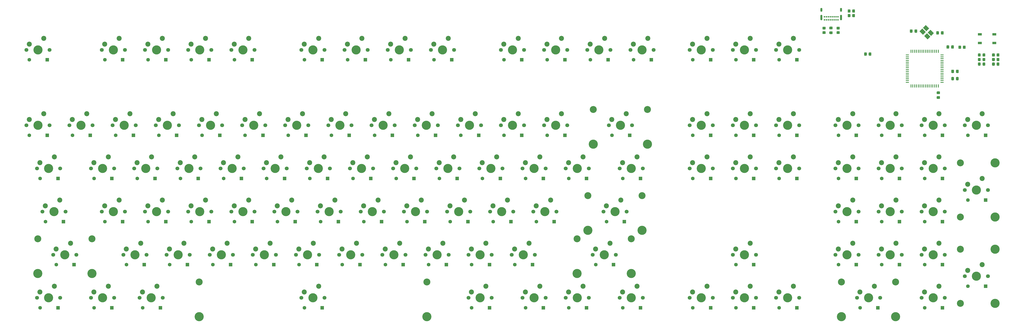
<source format=gbr>
G04 #@! TF.GenerationSoftware,KiCad,Pcbnew,(5.1.9)-1*
G04 #@! TF.CreationDate,2021-04-17T22:02:46-05:00*
G04 #@! TF.ProjectId,try3,74727933-2e6b-4696-9361-645f70636258,rev?*
G04 #@! TF.SameCoordinates,Original*
G04 #@! TF.FileFunction,Soldermask,Top*
G04 #@! TF.FilePolarity,Negative*
%FSLAX46Y46*%
G04 Gerber Fmt 4.6, Leading zero omitted, Abs format (unit mm)*
G04 Created by KiCad (PCBNEW (5.1.9)-1) date 2021-04-17 22:02:46*
%MOMM*%
%LPD*%
G01*
G04 APERTURE LIST*
%ADD10C,0.650000*%
%ADD11O,0.900000X2.400000*%
%ADD12O,0.900000X1.700000*%
%ADD13C,1.700000*%
%ADD14C,4.000000*%
%ADD15C,2.200000*%
%ADD16C,0.100000*%
%ADD17R,1.700000X1.000000*%
%ADD18C,3.050000*%
%ADD19C,1.600000*%
%ADD20R,1.600000X1.600000*%
%ADD21R,1.473200X0.304800*%
%ADD22R,0.304800X1.473200*%
G04 APERTURE END LIST*
G04 #@! TO.C,R2*
G36*
G01*
X378650001Y129400000D02*
X377749999Y129400000D01*
G75*
G02*
X377500000Y129649999I0J249999D01*
G01*
X377500000Y130350001D01*
G75*
G02*
X377749999Y130600000I249999J0D01*
G01*
X378650001Y130600000D01*
G75*
G02*
X378900000Y130350001I0J-249999D01*
G01*
X378900000Y129649999D01*
G75*
G02*
X378650001Y129400000I-249999J0D01*
G01*
G37*
G36*
G01*
X378650001Y127400000D02*
X377749999Y127400000D01*
G75*
G02*
X377500000Y127649999I0J249999D01*
G01*
X377500000Y128350001D01*
G75*
G02*
X377749999Y128600000I249999J0D01*
G01*
X378650001Y128600000D01*
G75*
G02*
X378900000Y128350001I0J-249999D01*
G01*
X378900000Y127649999D01*
G75*
G02*
X378650001Y127400000I-249999J0D01*
G01*
G37*
G04 #@! TD*
G04 #@! TO.C,R1*
G36*
G01*
X384850001Y129400000D02*
X383949999Y129400000D01*
G75*
G02*
X383700000Y129649999I0J249999D01*
G01*
X383700000Y130350001D01*
G75*
G02*
X383949999Y130600000I249999J0D01*
G01*
X384850001Y130600000D01*
G75*
G02*
X385100000Y130350001I0J-249999D01*
G01*
X385100000Y129649999D01*
G75*
G02*
X384850001Y129400000I-249999J0D01*
G01*
G37*
G36*
G01*
X384850001Y127400000D02*
X383949999Y127400000D01*
G75*
G02*
X383700000Y127649999I0J249999D01*
G01*
X383700000Y128350001D01*
G75*
G02*
X383949999Y128600000I249999J0D01*
G01*
X384850001Y128600000D01*
G75*
G02*
X385100000Y128350001I0J-249999D01*
G01*
X385100000Y127649999D01*
G75*
G02*
X384850001Y127400000I-249999J0D01*
G01*
G37*
G04 #@! TD*
D10*
G04 #@! TO.C,J1*
X382611550Y133644450D03*
X384311550Y133644450D03*
X383461550Y133644450D03*
X381761550Y133644450D03*
X380911550Y133644450D03*
X380061550Y133644450D03*
X379211550Y133644450D03*
X378361550Y133644450D03*
X384311550Y134969450D03*
X383456550Y134969450D03*
X382606550Y134969450D03*
X381756550Y134969450D03*
X380906550Y134969450D03*
X380056550Y134969450D03*
X379206550Y134969450D03*
X378356550Y134969450D03*
D11*
X385661550Y134624450D03*
X377011550Y134624450D03*
D12*
X385661550Y138004450D03*
X377011550Y138004450D03*
G04 #@! TD*
D13*
G04 #@! TO.C,K_93*
X412299150Y87293450D03*
X402139150Y87293450D03*
D14*
X407219150Y87293450D03*
D15*
X403409150Y89833450D03*
X409759150Y92373450D03*
G04 #@! TD*
D16*
G04 #@! TO.C,X1*
G36*
X421691332Y130126866D02*
G01*
X422911091Y131346625D01*
X424396016Y129861700D01*
X423176257Y128641941D01*
X421691332Y130126866D01*
G37*
G36*
X423741941Y128076257D02*
G01*
X424961700Y129296016D01*
X426446625Y127811091D01*
X425226866Y126591332D01*
X423741941Y128076257D01*
G37*
G36*
X422203984Y126538300D02*
G01*
X423423743Y127758059D01*
X424908668Y126273134D01*
X423688909Y125053375D01*
X422203984Y126538300D01*
G37*
G36*
X420153375Y128588909D02*
G01*
X421373134Y129808668D01*
X422858059Y128323743D01*
X421638300Y127103984D01*
X420153375Y128588909D01*
G37*
G04 #@! TD*
D17*
G04 #@! TO.C,SW1*
X452950000Y123500000D03*
X446650000Y123500000D03*
X452950000Y127300000D03*
X446650000Y127300000D03*
G04 #@! TD*
G04 #@! TO.C,R4*
G36*
G01*
X397800000Y118149999D02*
X397800000Y119050001D01*
G75*
G02*
X398049999Y119300000I249999J0D01*
G01*
X398750001Y119300000D01*
G75*
G02*
X399000000Y119050001I0J-249999D01*
G01*
X399000000Y118149999D01*
G75*
G02*
X398750001Y117900000I-249999J0D01*
G01*
X398049999Y117900000D01*
G75*
G02*
X397800000Y118149999I0J249999D01*
G01*
G37*
G36*
G01*
X395800000Y118149999D02*
X395800000Y119050001D01*
G75*
G02*
X396049999Y119300000I249999J0D01*
G01*
X396750001Y119300000D01*
G75*
G02*
X397000000Y119050001I0J-249999D01*
G01*
X397000000Y118149999D01*
G75*
G02*
X396750001Y117900000I-249999J0D01*
G01*
X396049999Y117900000D01*
G75*
G02*
X395800000Y118149999I0J249999D01*
G01*
G37*
G04 #@! TD*
G04 #@! TO.C,R3*
G36*
G01*
X439200000Y121149999D02*
X439200000Y122050001D01*
G75*
G02*
X439449999Y122300000I249999J0D01*
G01*
X440150001Y122300000D01*
G75*
G02*
X440400000Y122050001I0J-249999D01*
G01*
X440400000Y121149999D01*
G75*
G02*
X440150001Y120900000I-249999J0D01*
G01*
X439449999Y120900000D01*
G75*
G02*
X439200000Y121149999I0J249999D01*
G01*
G37*
G36*
G01*
X437200000Y121149999D02*
X437200000Y122050001D01*
G75*
G02*
X437449999Y122300000I249999J0D01*
G01*
X438150001Y122300000D01*
G75*
G02*
X438400000Y122050001I0J-249999D01*
G01*
X438400000Y121149999D01*
G75*
G02*
X438150001Y120900000I-249999J0D01*
G01*
X437449999Y120900000D01*
G75*
G02*
X437200000Y121149999I0J249999D01*
G01*
G37*
G04 #@! TD*
D13*
G04 #@! TO.C,K_11*
X80702150Y30448250D03*
X70542150Y30448250D03*
D14*
X75622150Y30448250D03*
D15*
X71812150Y32988250D03*
X78162150Y35528250D03*
G04 #@! TD*
D13*
G04 #@! TO.C,K_37*
X161232850Y68345050D03*
X151072850Y68345050D03*
D14*
X156152850Y68345050D03*
D15*
X152342850Y70885050D03*
X158692850Y73425050D03*
G04 #@! TD*
D13*
G04 #@! TO.C,K_17*
X99650550Y30448250D03*
X89490550Y30448250D03*
D14*
X94570550Y30448250D03*
D15*
X90760550Y32988250D03*
X97110550Y35528250D03*
G04 #@! TD*
D13*
G04 #@! TO.C,K_12*
X66490850Y11499850D03*
X56330850Y11499850D03*
D14*
X61410850Y11499850D03*
D15*
X57600850Y14039850D03*
X63950850Y16579850D03*
G04 #@! TD*
D13*
G04 #@! TO.C,K_15*
X85439250Y68345050D03*
X75279250Y68345050D03*
D14*
X80359250Y68345050D03*
D15*
X76549250Y70885050D03*
X82899250Y73425050D03*
G04 #@! TD*
D13*
G04 #@! TO.C,K_71*
X298608750Y68345050D03*
X288448750Y68345050D03*
D14*
X293528750Y68345050D03*
D15*
X289718750Y70885050D03*
X296068750Y73425050D03*
G04 #@! TD*
D13*
G04 #@! TO.C,K_28*
X137547350Y30448250D03*
X127387350Y30448250D03*
D14*
X132467350Y30448250D03*
D15*
X128657350Y32988250D03*
X135007350Y35528250D03*
G04 #@! TD*
D13*
G04 #@! TO.C,K_82*
X348348300Y30448250D03*
X338188300Y30448250D03*
D14*
X343268300Y30448250D03*
D15*
X339458300Y32988250D03*
X345808300Y35528250D03*
G04 #@! TD*
D13*
G04 #@! TO.C,K_62*
X246500650Y87293450D03*
X236340650Y87293450D03*
D14*
X241420650Y87293450D03*
D15*
X237610650Y89833450D03*
X243960650Y92373450D03*
G04 #@! TD*
D13*
G04 #@! TO.C,K_42*
X180181250Y68345050D03*
X170021250Y68345050D03*
D14*
X175101250Y68345050D03*
D15*
X171291250Y70885050D03*
X177641250Y73425050D03*
G04 #@! TD*
D13*
G04 #@! TO.C,K_2*
X38068250Y87293450D03*
X27908250Y87293450D03*
D14*
X32988250Y87293450D03*
D15*
X29178250Y89833450D03*
X35528250Y92373450D03*
G04 #@! TD*
D13*
G04 #@! TO.C,K_3*
X42805350Y68345050D03*
X32645350Y68345050D03*
D14*
X37725350Y68345050D03*
D15*
X33915350Y70885050D03*
X40265350Y73425050D03*
G04 #@! TD*
D13*
G04 #@! TO.C,K_31*
X142284450Y68345050D03*
X132124450Y68345050D03*
D14*
X137204450Y68345050D03*
D15*
X133394450Y70885050D03*
X139744450Y73425050D03*
G04 #@! TD*
D18*
G04 #@! TO.C,K_34*
X203784300Y18499850D03*
X103784300Y18499850D03*
D14*
X103784300Y3259850D03*
X203784300Y3259850D03*
D13*
X158864300Y11499850D03*
X148704300Y11499850D03*
D14*
X153784300Y11499850D03*
D15*
X149974300Y14039850D03*
X156324300Y16579850D03*
G04 #@! TD*
D13*
G04 #@! TO.C,K_58*
X241763550Y49396650D03*
X231603550Y49396650D03*
D14*
X236683550Y49396650D03*
D15*
X232873550Y51936650D03*
X239223550Y54476650D03*
G04 #@! TD*
D13*
G04 #@! TO.C,K_79*
X348348300Y120453150D03*
X338188300Y120453150D03*
D14*
X343268300Y120453150D03*
D15*
X339458300Y122993150D03*
X345808300Y125533150D03*
G04 #@! TD*
D13*
G04 #@! TO.C,K_16*
X90176350Y49396650D03*
X80016350Y49396650D03*
D14*
X85096350Y49396650D03*
D15*
X81286350Y51936650D03*
X87636350Y54476650D03*
G04 #@! TD*
D18*
G04 #@! TO.C,K_73*
X293586000Y37448250D03*
X269786000Y37448250D03*
D14*
X269786000Y22208250D03*
X293586000Y22208250D03*
D13*
X286766000Y30448250D03*
X276606000Y30448250D03*
D14*
X281686000Y30448250D03*
D15*
X277876000Y32988250D03*
X284226000Y35528250D03*
G04 #@! TD*
D13*
G04 #@! TO.C,K_74*
X298608750Y11499850D03*
X288448750Y11499850D03*
D14*
X293528750Y11499850D03*
D15*
X289718750Y14039850D03*
X296068750Y16579850D03*
G04 #@! TD*
D13*
G04 #@! TO.C,K_87*
X367296700Y11499850D03*
X357136700Y11499850D03*
D14*
X362216700Y11499850D03*
D15*
X358406700Y14039850D03*
X364756700Y16579850D03*
G04 #@! TD*
D13*
G04 #@! TO.C,K_54*
X232289350Y11499850D03*
X222129350Y11499850D03*
D14*
X227209350Y11499850D03*
D15*
X223399350Y14039850D03*
X229749350Y16579850D03*
G04 #@! TD*
D13*
G04 #@! TO.C,K_68*
X274923250Y68345050D03*
X264763250Y68345050D03*
D14*
X269843250Y68345050D03*
D15*
X266033250Y70885050D03*
X272383250Y73425050D03*
G04 #@! TD*
D13*
G04 #@! TO.C,K_53*
X232289350Y30448250D03*
X222129350Y30448250D03*
D14*
X227209350Y30448250D03*
D15*
X223399350Y32988250D03*
X229749350Y35528250D03*
G04 #@! TD*
D13*
G04 #@! TO.C,K_26*
X123336050Y68345050D03*
X113176050Y68345050D03*
D14*
X118256050Y68345050D03*
D15*
X114446050Y70885050D03*
X120796050Y73425050D03*
G04 #@! TD*
D13*
G04 #@! TO.C,K_64*
X260711950Y49396650D03*
X250551950Y49396650D03*
D14*
X255631950Y49396650D03*
D15*
X251821950Y51936650D03*
X258171950Y54476650D03*
G04 #@! TD*
D13*
G04 #@! TO.C,K_59*
X251237750Y30448250D03*
X241077750Y30448250D03*
D14*
X246157750Y30448250D03*
D15*
X242347750Y32988250D03*
X248697750Y35528250D03*
G04 #@! TD*
D13*
G04 #@! TO.C,K_9*
X66490850Y68345050D03*
X56330850Y68345050D03*
D14*
X61410850Y68345050D03*
D15*
X57600850Y70885050D03*
X63950850Y73425050D03*
G04 #@! TD*
D13*
G04 #@! TO.C,K_75*
X329399900Y120453150D03*
X319239900Y120453150D03*
D14*
X324319900Y120453150D03*
D15*
X320509900Y122993150D03*
X326859900Y125533150D03*
G04 #@! TD*
D13*
G04 #@! TO.C,K_67*
X265449050Y87293450D03*
X255289050Y87293450D03*
D14*
X260369050Y87293450D03*
D15*
X256559050Y89833450D03*
X262909050Y92373450D03*
G04 #@! TD*
D13*
G04 #@! TO.C,K_84*
X367296700Y120453150D03*
X357136700Y120453150D03*
D14*
X362216700Y120453150D03*
D15*
X358406700Y122993150D03*
X364756700Y125533150D03*
G04 #@! TD*
D13*
G04 #@! TO.C,K_85*
X367296700Y87293450D03*
X357136700Y87293450D03*
D14*
X362216700Y87293450D03*
D15*
X358406700Y89833450D03*
X364756700Y92373450D03*
G04 #@! TD*
D13*
G04 #@! TO.C,K_86*
X367296700Y68345050D03*
X357136700Y68345050D03*
D14*
X362216700Y68345050D03*
D15*
X358406700Y70885050D03*
X364756700Y73425050D03*
G04 #@! TD*
D13*
G04 #@! TO.C,K_57*
X237026450Y68345050D03*
X226866450Y68345050D03*
D14*
X231946450Y68345050D03*
D15*
X228136450Y70885050D03*
X234486450Y73425050D03*
G04 #@! TD*
D13*
G04 #@! TO.C,K_51*
X218078050Y68345050D03*
X207918050Y68345050D03*
D14*
X212998050Y68345050D03*
D15*
X209188050Y70885050D03*
X215538050Y73425050D03*
G04 #@! TD*
D13*
G04 #@! TO.C,K_97*
X431247550Y87293450D03*
X421087550Y87293450D03*
D14*
X426167550Y87293450D03*
D15*
X422357550Y89833450D03*
X428707550Y92373450D03*
G04 #@! TD*
D18*
G04 #@! TO.C,K_103*
X438115950Y70770850D03*
X438115950Y46970850D03*
D14*
X453355950Y46970850D03*
X453355950Y70770850D03*
D13*
X450195950Y58870850D03*
X440035950Y58870850D03*
D14*
X445115950Y58870850D03*
D15*
X441305950Y61410850D03*
X447655950Y63950850D03*
G04 #@! TD*
D13*
G04 #@! TO.C,K_102*
X450195950Y87293450D03*
X440035950Y87293450D03*
D14*
X445115950Y87293450D03*
D15*
X441305950Y89833450D03*
X447655950Y92373450D03*
G04 #@! TD*
D18*
G04 #@! TO.C,K_104*
X438115950Y32874050D03*
X438115950Y9074050D03*
D14*
X453355950Y9074050D03*
X453355950Y32874050D03*
D13*
X450195950Y20974050D03*
X440035950Y20974050D03*
D14*
X445115950Y20974050D03*
D15*
X441305950Y23514050D03*
X447655950Y26054050D03*
G04 #@! TD*
D13*
G04 #@! TO.C,K_101*
X431247550Y11499850D03*
X421087550Y11499850D03*
D14*
X426167550Y11499850D03*
D15*
X422357550Y14039850D03*
X428707550Y16579850D03*
G04 #@! TD*
D13*
G04 #@! TO.C,K_98*
X431247550Y68345050D03*
X421087550Y68345050D03*
D14*
X426167550Y68345050D03*
D15*
X422357550Y70885050D03*
X428707550Y73425050D03*
G04 #@! TD*
D13*
G04 #@! TO.C,K_94*
X412299150Y68345050D03*
X402139150Y68345050D03*
D14*
X407219150Y68345050D03*
D15*
X403409150Y70885050D03*
X409759150Y73425050D03*
G04 #@! TD*
D13*
G04 #@! TO.C,K_89*
X393350750Y68345050D03*
X383190750Y68345050D03*
D14*
X388270750Y68345050D03*
D15*
X384460750Y70885050D03*
X390810750Y73425050D03*
G04 #@! TD*
D13*
G04 #@! TO.C,K_99*
X431247550Y49396650D03*
X421087550Y49396650D03*
D14*
X426167550Y49396650D03*
D15*
X422357550Y51936650D03*
X428707550Y54476650D03*
G04 #@! TD*
D13*
G04 #@! TO.C,K_95*
X412299150Y49396650D03*
X402139150Y49396650D03*
D14*
X407219150Y49396650D03*
D15*
X403409150Y51936650D03*
X409759150Y54476650D03*
G04 #@! TD*
D13*
G04 #@! TO.C,K_90*
X393350750Y49396650D03*
X383190750Y49396650D03*
D14*
X388270750Y49396650D03*
D15*
X384460750Y51936650D03*
X390810750Y54476650D03*
G04 #@! TD*
D13*
G04 #@! TO.C,K_100*
X431247550Y30448250D03*
X421087550Y30448250D03*
D14*
X426167550Y30448250D03*
D15*
X422357550Y32988250D03*
X428707550Y35528250D03*
G04 #@! TD*
D13*
G04 #@! TO.C,K_96*
X412299150Y30448250D03*
X402139150Y30448250D03*
D14*
X407219150Y30448250D03*
D15*
X403409150Y32988250D03*
X409759150Y35528250D03*
G04 #@! TD*
D13*
G04 #@! TO.C,K_91*
X393350750Y30448250D03*
X383190750Y30448250D03*
D14*
X388270750Y30448250D03*
D15*
X384460750Y32988250D03*
X390810750Y35528250D03*
G04 #@! TD*
D18*
G04 #@! TO.C,K_92*
X409644950Y18499850D03*
X385844950Y18499850D03*
D14*
X385844950Y3259850D03*
X409644950Y3259850D03*
D13*
X402824950Y11499850D03*
X392664950Y11499850D03*
D14*
X397744950Y11499850D03*
D15*
X393934950Y14039850D03*
X400284950Y16579850D03*
G04 #@! TD*
D13*
G04 #@! TO.C,K_88*
X393350750Y87293450D03*
X383190750Y87293450D03*
D14*
X388270750Y87293450D03*
D15*
X384460750Y89833450D03*
X390810750Y92373450D03*
G04 #@! TD*
D13*
G04 #@! TO.C,K_39*
X175444150Y30448250D03*
X165284150Y30448250D03*
D14*
X170364150Y30448250D03*
D15*
X166554150Y32988250D03*
X172904150Y35528250D03*
G04 #@! TD*
D13*
G04 #@! TO.C,K_60*
X255974850Y11499850D03*
X245814850Y11499850D03*
D14*
X250894850Y11499850D03*
D15*
X247084850Y14039850D03*
X253434850Y16579850D03*
G04 #@! TD*
D13*
G04 #@! TO.C,K_44*
X194392550Y30448250D03*
X184232550Y30448250D03*
D14*
X189312550Y30448250D03*
D15*
X185502550Y32988250D03*
X191852550Y35528250D03*
G04 #@! TD*
D18*
G04 #@! TO.C,K_5*
X56731000Y37448250D03*
X32931000Y37448250D03*
D14*
X32931000Y22208250D03*
X56731000Y22208250D03*
D13*
X49911000Y30448250D03*
X39751000Y30448250D03*
D14*
X44831000Y30448250D03*
D15*
X41021000Y32988250D03*
X47371000Y35528250D03*
G04 #@! TD*
D13*
G04 #@! TO.C,K_6*
X42805350Y11499850D03*
X32645350Y11499850D03*
D14*
X37725350Y11499850D03*
D15*
X33915350Y14039850D03*
X40265350Y16579850D03*
G04 #@! TD*
D13*
G04 #@! TO.C,K_78*
X329399900Y11499850D03*
X319239900Y11499850D03*
D14*
X324319900Y11499850D03*
D15*
X320509900Y14039850D03*
X326859900Y16579850D03*
G04 #@! TD*
D13*
G04 #@! TO.C,K_18*
X87807800Y11499850D03*
X77647800Y11499850D03*
D14*
X82727800Y11499850D03*
D15*
X78917800Y14039850D03*
X85267800Y16579850D03*
G04 #@! TD*
D13*
G04 #@! TO.C,K_63*
X255974850Y68345050D03*
X245814850Y68345050D03*
D14*
X250894850Y68345050D03*
D15*
X247084850Y70885050D03*
X253434850Y73425050D03*
G04 #@! TD*
D13*
G04 #@! TO.C,K_49*
X213340950Y30448250D03*
X203180950Y30448250D03*
D14*
X208260950Y30448250D03*
D15*
X204450950Y32988250D03*
X210800950Y35528250D03*
G04 #@! TD*
D13*
G04 #@! TO.C,K_52*
X222815150Y49396650D03*
X212655150Y49396650D03*
D14*
X217735150Y49396650D03*
D15*
X213925150Y51936650D03*
X220275150Y54476650D03*
G04 #@! TD*
D13*
G04 #@! TO.C,K_48*
X203866750Y49396650D03*
X193706750Y49396650D03*
D14*
X198786750Y49396650D03*
D15*
X194976750Y51936650D03*
X201326750Y54476650D03*
G04 #@! TD*
D13*
G04 #@! TO.C,K_43*
X184918350Y49396650D03*
X174758350Y49396650D03*
D14*
X179838350Y49396650D03*
D15*
X176028350Y51936650D03*
X182378350Y54476650D03*
G04 #@! TD*
D13*
G04 #@! TO.C,K_76*
X329399900Y87293450D03*
X319239900Y87293450D03*
D14*
X324319900Y87293450D03*
D15*
X320509900Y89833450D03*
X326859900Y92373450D03*
G04 #@! TD*
D13*
G04 #@! TO.C,K_47*
X199129650Y68345050D03*
X188969650Y68345050D03*
D14*
X194049650Y68345050D03*
D15*
X190239650Y70885050D03*
X196589650Y73425050D03*
G04 #@! TD*
D13*
G04 #@! TO.C,K_80*
X348348300Y87293450D03*
X338188300Y87293450D03*
D14*
X343268300Y87293450D03*
D15*
X339458300Y89833450D03*
X345808300Y92373450D03*
G04 #@! TD*
D13*
G04 #@! TO.C,K_38*
X165969950Y49396650D03*
X155809950Y49396650D03*
D14*
X160889950Y49396650D03*
D15*
X157079950Y51936650D03*
X163429950Y54476650D03*
G04 #@! TD*
D13*
G04 #@! TO.C,K_32*
X147021550Y49396650D03*
X136861550Y49396650D03*
D14*
X141941550Y49396650D03*
D15*
X138131550Y51936650D03*
X144481550Y54476650D03*
G04 #@! TD*
D13*
G04 #@! TO.C,K_65*
X274923250Y11499850D03*
X264763250Y11499850D03*
D14*
X269843250Y11499850D03*
D15*
X266033250Y14039850D03*
X272383250Y16579850D03*
G04 #@! TD*
D13*
G04 #@! TO.C,K_27*
X128073150Y49396650D03*
X117913150Y49396650D03*
D14*
X122993150Y49396650D03*
D15*
X119183150Y51936650D03*
X125533150Y54476650D03*
G04 #@! TD*
D13*
G04 #@! TO.C,K_69*
X303345850Y120453150D03*
X293185850Y120453150D03*
D14*
X298265850Y120453150D03*
D15*
X294455850Y122993150D03*
X300805850Y125533150D03*
G04 #@! TD*
D13*
G04 #@! TO.C,K_66*
X284397450Y120453150D03*
X274237450Y120453150D03*
D14*
X279317450Y120453150D03*
D15*
X275507450Y122993150D03*
X281857450Y125533150D03*
G04 #@! TD*
D13*
G04 #@! TO.C,K_61*
X265449050Y120453150D03*
X255289050Y120453150D03*
D14*
X260369050Y120453150D03*
D15*
X256559050Y122993150D03*
X262909050Y125533150D03*
G04 #@! TD*
D13*
G04 #@! TO.C,K_55*
X246500650Y120453150D03*
X236340650Y120453150D03*
D14*
X241420650Y120453150D03*
D15*
X237610650Y122993150D03*
X243960650Y125533150D03*
G04 #@! TD*
D13*
G04 #@! TO.C,K_45*
X215709500Y120453150D03*
X205549500Y120453150D03*
D14*
X210629500Y120453150D03*
D15*
X206819500Y122993150D03*
X213169500Y125533150D03*
G04 #@! TD*
D13*
G04 #@! TO.C,K_40*
X196761100Y120453150D03*
X186601100Y120453150D03*
D14*
X191681100Y120453150D03*
D15*
X187871100Y122993150D03*
X194221100Y125533150D03*
G04 #@! TD*
D13*
G04 #@! TO.C,K_35*
X177812700Y120453150D03*
X167652700Y120453150D03*
D14*
X172732700Y120453150D03*
D15*
X168922700Y122993150D03*
X175272700Y125533150D03*
G04 #@! TD*
D13*
G04 #@! TO.C,K_29*
X158864300Y120453150D03*
X148704300Y120453150D03*
D14*
X153784300Y120453150D03*
D15*
X149974300Y122993150D03*
X156324300Y125533150D03*
G04 #@! TD*
D13*
G04 #@! TO.C,K_24*
X128073150Y120453150D03*
X117913150Y120453150D03*
D14*
X122993150Y120453150D03*
D15*
X119183150Y122993150D03*
X125533150Y125533150D03*
G04 #@! TD*
D13*
G04 #@! TO.C,K_19*
X109124750Y120453150D03*
X98964750Y120453150D03*
D14*
X104044750Y120453150D03*
D15*
X100234750Y122993150D03*
X106584750Y125533150D03*
G04 #@! TD*
D13*
G04 #@! TO.C,K_13*
X90176350Y120453150D03*
X80016350Y120453150D03*
D14*
X85096350Y120453150D03*
D15*
X81286350Y122993150D03*
X87636350Y125533150D03*
G04 #@! TD*
D13*
G04 #@! TO.C,K_7*
X71227950Y120453150D03*
X61067950Y120453150D03*
D14*
X66147950Y120453150D03*
D15*
X62337950Y122993150D03*
X68687950Y125533150D03*
G04 #@! TD*
D13*
G04 #@! TO.C,K_1*
X38068250Y120453150D03*
X27908250Y120453150D03*
D14*
X32988250Y120453150D03*
D15*
X29178250Y122993150D03*
X35528250Y125533150D03*
G04 #@! TD*
D18*
G04 #@! TO.C,K_72*
X298323100Y56396650D03*
X274523100Y56396650D03*
D14*
X274523100Y41156650D03*
X298323100Y41156650D03*
D13*
X291503100Y49396650D03*
X281343100Y49396650D03*
D14*
X286423100Y49396650D03*
D15*
X282613100Y51936650D03*
X288963100Y54476650D03*
G04 #@! TD*
D13*
G04 #@! TO.C,K_81*
X348348300Y68345050D03*
X338188300Y68345050D03*
D14*
X343268300Y68345050D03*
D15*
X339458300Y70885050D03*
X345808300Y73425050D03*
G04 #@! TD*
D13*
G04 #@! TO.C,K_21*
X104387650Y68345050D03*
X94227650Y68345050D03*
D14*
X99307650Y68345050D03*
D15*
X95497650Y70885050D03*
X101847650Y73425050D03*
G04 #@! TD*
D13*
G04 #@! TO.C,K_83*
X348348300Y11499850D03*
X338188300Y11499850D03*
D14*
X343268300Y11499850D03*
D15*
X339458300Y14039850D03*
X345808300Y16579850D03*
G04 #@! TD*
D13*
G04 #@! TO.C,K_77*
X329399900Y68345050D03*
X319239900Y68345050D03*
D14*
X324319900Y68345050D03*
D15*
X320509900Y70885050D03*
X326859900Y73425050D03*
G04 #@! TD*
D13*
G04 #@! TO.C,K_22*
X109124750Y49396650D03*
X98964750Y49396650D03*
D14*
X104044750Y49396650D03*
D15*
X100234750Y51936650D03*
X106584750Y54476650D03*
G04 #@! TD*
D13*
G04 #@! TO.C,K_4*
X45173900Y49396650D03*
X35013900Y49396650D03*
D14*
X40093900Y49396650D03*
D15*
X36283900Y51936650D03*
X42633900Y54476650D03*
G04 #@! TD*
D13*
G04 #@! TO.C,K_23*
X118598950Y30448250D03*
X108438950Y30448250D03*
D14*
X113518950Y30448250D03*
D15*
X109708950Y32988250D03*
X116058950Y35528250D03*
G04 #@! TD*
D18*
G04 #@! TO.C,K_70*
X300691650Y94293450D03*
X276891650Y94293450D03*
D14*
X276891650Y79053450D03*
X300691650Y79053450D03*
D13*
X293871650Y87293450D03*
X283711650Y87293450D03*
D14*
X288791650Y87293450D03*
D15*
X284981650Y89833450D03*
X291331650Y92373450D03*
G04 #@! TD*
D13*
G04 #@! TO.C,K_33*
X156495750Y30448250D03*
X146335750Y30448250D03*
D14*
X151415750Y30448250D03*
D15*
X147605750Y32988250D03*
X153955750Y35528250D03*
G04 #@! TD*
D13*
G04 #@! TO.C,K_10*
X71227950Y49396650D03*
X61067950Y49396650D03*
D14*
X66147950Y49396650D03*
D15*
X62337950Y51936650D03*
X68687950Y54476650D03*
G04 #@! TD*
D13*
G04 #@! TO.C,K_50*
X208603850Y87293450D03*
X198443850Y87293450D03*
D14*
X203523850Y87293450D03*
D15*
X199713850Y89833450D03*
X206063850Y92373450D03*
G04 #@! TD*
D13*
G04 #@! TO.C,K_46*
X189655450Y87293450D03*
X179495450Y87293450D03*
D14*
X184575450Y87293450D03*
D15*
X180765450Y89833450D03*
X187115450Y92373450D03*
G04 #@! TD*
D13*
G04 #@! TO.C,K_41*
X170707050Y87293450D03*
X160547050Y87293450D03*
D14*
X165627050Y87293450D03*
D15*
X161817050Y89833450D03*
X168167050Y92373450D03*
G04 #@! TD*
D13*
G04 #@! TO.C,K_36*
X151758650Y87293450D03*
X141598650Y87293450D03*
D14*
X146678650Y87293450D03*
D15*
X142868650Y89833450D03*
X149218650Y92373450D03*
G04 #@! TD*
D13*
G04 #@! TO.C,K_30*
X132810250Y87293450D03*
X122650250Y87293450D03*
D14*
X127730250Y87293450D03*
D15*
X123920250Y89833450D03*
X130270250Y92373450D03*
G04 #@! TD*
D13*
G04 #@! TO.C,K_25*
X113861850Y87293450D03*
X103701850Y87293450D03*
D14*
X108781850Y87293450D03*
D15*
X104971850Y89833450D03*
X111321850Y92373450D03*
G04 #@! TD*
D13*
G04 #@! TO.C,K_20*
X94913450Y87293450D03*
X84753450Y87293450D03*
D14*
X89833450Y87293450D03*
D15*
X86023450Y89833450D03*
X92373450Y92373450D03*
G04 #@! TD*
D13*
G04 #@! TO.C,K_14*
X75965050Y87293450D03*
X65805050Y87293450D03*
D14*
X70885050Y87293450D03*
D15*
X67075050Y89833450D03*
X73425050Y92373450D03*
G04 #@! TD*
D13*
G04 #@! TO.C,K_8*
X57016650Y87293450D03*
X46856650Y87293450D03*
D14*
X51936650Y87293450D03*
D15*
X48126650Y89833450D03*
X54476650Y92373450D03*
G04 #@! TD*
D13*
G04 #@! TO.C,K_56*
X227552250Y87293450D03*
X217392250Y87293450D03*
D14*
X222472250Y87293450D03*
D15*
X218662250Y89833450D03*
X225012250Y92373450D03*
G04 #@! TD*
D19*
G04 #@! TO.C,D92*
X394016400Y7105650D03*
D20*
X401816400Y7105650D03*
G04 #@! TD*
D19*
G04 #@! TO.C,D101*
X422439000Y7105650D03*
D20*
X430239000Y7105650D03*
G04 #@! TD*
D19*
G04 #@! TO.C,D91*
X384542200Y26054050D03*
D20*
X392342200Y26054050D03*
G04 #@! TD*
D19*
G04 #@! TO.C,D96*
X403490600Y26054050D03*
D20*
X411290600Y26054050D03*
G04 #@! TD*
D19*
G04 #@! TO.C,D100*
X422439000Y26054050D03*
D20*
X430239000Y26054050D03*
G04 #@! TD*
D19*
G04 #@! TO.C,D99*
X422439000Y45002450D03*
D20*
X430239000Y45002450D03*
G04 #@! TD*
D19*
G04 #@! TO.C,D98*
X422439000Y63950850D03*
D20*
X430239000Y63950850D03*
G04 #@! TD*
D19*
G04 #@! TO.C,D97*
X422439000Y82899250D03*
D20*
X430239000Y82899250D03*
G04 #@! TD*
D19*
G04 #@! TO.C,D86*
X358488150Y63950850D03*
D20*
X366288150Y63950850D03*
G04 #@! TD*
D19*
G04 #@! TO.C,D85*
X358488150Y82899250D03*
D20*
X366288150Y82899250D03*
G04 #@! TD*
D19*
G04 #@! TO.C,D84*
X358488150Y116058950D03*
D20*
X366288150Y116058950D03*
G04 #@! TD*
D19*
G04 #@! TO.C,D95*
X403490600Y45002450D03*
D20*
X411290600Y45002450D03*
G04 #@! TD*
D19*
G04 #@! TO.C,D94*
X403490600Y63950850D03*
D20*
X411290600Y63950850D03*
G04 #@! TD*
D19*
G04 #@! TO.C,D93*
X403490600Y82899250D03*
D20*
X411290600Y82899250D03*
G04 #@! TD*
D19*
G04 #@! TO.C,D81*
X339539750Y63950850D03*
D20*
X347339750Y63950850D03*
G04 #@! TD*
D19*
G04 #@! TO.C,D80*
X339539750Y82899250D03*
D20*
X347339750Y82899250D03*
G04 #@! TD*
D19*
G04 #@! TO.C,D79*
X339539750Y116058950D03*
D20*
X347339750Y116058950D03*
G04 #@! TD*
D19*
G04 #@! TO.C,D90*
X384542200Y45002450D03*
D20*
X392342200Y45002450D03*
G04 #@! TD*
D19*
G04 #@! TO.C,D89*
X384542200Y63950850D03*
D20*
X392342200Y63950850D03*
G04 #@! TD*
D19*
G04 #@! TO.C,D88*
X384542200Y82899250D03*
D20*
X392342200Y82899250D03*
G04 #@! TD*
D19*
G04 #@! TO.C,D77*
X320591350Y63950850D03*
D20*
X328391350Y63950850D03*
G04 #@! TD*
D19*
G04 #@! TO.C,D76*
X320591350Y82899250D03*
D20*
X328391350Y82899250D03*
G04 #@! TD*
D19*
G04 #@! TO.C,D75*
X320591350Y116058950D03*
D20*
X328391350Y116058950D03*
G04 #@! TD*
D19*
G04 #@! TO.C,D103*
X441387400Y54476650D03*
D20*
X449187400Y54476650D03*
G04 #@! TD*
D19*
G04 #@! TO.C,D71*
X289800200Y63950850D03*
D20*
X297600200Y63950850D03*
G04 #@! TD*
D19*
G04 #@! TO.C,D70*
X285063100Y82899250D03*
D20*
X292863100Y82899250D03*
G04 #@! TD*
D19*
G04 #@! TO.C,D104*
X441387400Y16579850D03*
D20*
X449187400Y16579850D03*
G04 #@! TD*
D19*
G04 #@! TO.C,D102*
X441387400Y82899250D03*
D20*
X449187400Y82899250D03*
G04 #@! TD*
D19*
G04 #@! TO.C,D72*
X282694550Y45002450D03*
D20*
X290494550Y45002450D03*
G04 #@! TD*
D19*
G04 #@! TO.C,D68*
X266114700Y63950850D03*
D20*
X273914700Y63950850D03*
G04 #@! TD*
D19*
G04 #@! TO.C,D67*
X256640500Y82899250D03*
D20*
X264440500Y82899250D03*
G04 #@! TD*
D19*
G04 #@! TO.C,D69*
X294537300Y116058950D03*
D20*
X302337300Y116058950D03*
G04 #@! TD*
D19*
G04 #@! TO.C,D82*
X339539750Y26054050D03*
D20*
X347339750Y26054050D03*
G04 #@! TD*
D19*
G04 #@! TO.C,D73*
X277957450Y26054050D03*
D20*
X285757450Y26054050D03*
G04 #@! TD*
D19*
G04 #@! TO.C,D64*
X251903400Y45002450D03*
D20*
X259703400Y45002450D03*
G04 #@! TD*
D19*
G04 #@! TO.C,D63*
X247166300Y63950850D03*
D20*
X254966300Y63950850D03*
G04 #@! TD*
D19*
G04 #@! TO.C,D62*
X237692100Y82899250D03*
D20*
X245492100Y82899250D03*
G04 #@! TD*
D19*
G04 #@! TO.C,D66*
X275588900Y116058950D03*
D20*
X283388900Y116058950D03*
G04 #@! TD*
D19*
G04 #@! TO.C,D87*
X358488150Y7105650D03*
D20*
X366288150Y7105650D03*
G04 #@! TD*
D19*
G04 #@! TO.C,D59*
X242429200Y26054050D03*
D20*
X250229200Y26054050D03*
G04 #@! TD*
D19*
G04 #@! TO.C,D58*
X232955000Y45002450D03*
D20*
X240755000Y45002450D03*
G04 #@! TD*
D19*
G04 #@! TO.C,D57*
X228217900Y63950850D03*
D20*
X236017900Y63950850D03*
G04 #@! TD*
D19*
G04 #@! TO.C,D56*
X218743700Y82899250D03*
D20*
X226543700Y82899250D03*
G04 #@! TD*
D19*
G04 #@! TO.C,D61*
X256640500Y116058950D03*
D20*
X264440500Y116058950D03*
G04 #@! TD*
D19*
G04 #@! TO.C,D83*
X339539750Y7105650D03*
D20*
X347339750Y7105650D03*
G04 #@! TD*
D19*
G04 #@! TO.C,D53*
X223480800Y26054050D03*
D20*
X231280800Y26054050D03*
G04 #@! TD*
D19*
G04 #@! TO.C,D52*
X214006600Y45002450D03*
D20*
X221806600Y45002450D03*
G04 #@! TD*
D19*
G04 #@! TO.C,D51*
X209269500Y63950850D03*
D20*
X217069500Y63950850D03*
G04 #@! TD*
D19*
G04 #@! TO.C,D50*
X199795300Y82899250D03*
D20*
X207595300Y82899250D03*
G04 #@! TD*
D19*
G04 #@! TO.C,D55*
X237692100Y116058950D03*
D20*
X245492100Y116058950D03*
G04 #@! TD*
D19*
G04 #@! TO.C,D78*
X320591350Y7105650D03*
D20*
X328391350Y7105650D03*
G04 #@! TD*
D19*
G04 #@! TO.C,D49*
X204532400Y26054050D03*
D20*
X212332400Y26054050D03*
G04 #@! TD*
D19*
G04 #@! TO.C,D48*
X195058200Y45002450D03*
D20*
X202858200Y45002450D03*
G04 #@! TD*
D19*
G04 #@! TO.C,D47*
X190321100Y63950850D03*
D20*
X198121100Y63950850D03*
G04 #@! TD*
D19*
G04 #@! TO.C,D46*
X180846900Y82899250D03*
D20*
X188646900Y82899250D03*
G04 #@! TD*
D19*
G04 #@! TO.C,D45*
X206900950Y116058950D03*
D20*
X214700950Y116058950D03*
G04 #@! TD*
D19*
G04 #@! TO.C,D74*
X289800200Y7105650D03*
D20*
X297600200Y7105650D03*
G04 #@! TD*
D19*
G04 #@! TO.C,D44*
X185584000Y26054050D03*
D20*
X193384000Y26054050D03*
G04 #@! TD*
D19*
G04 #@! TO.C,D43*
X176109800Y45002450D03*
D20*
X183909800Y45002450D03*
G04 #@! TD*
D19*
G04 #@! TO.C,D42*
X171372700Y63950850D03*
D20*
X179172700Y63950850D03*
G04 #@! TD*
D19*
G04 #@! TO.C,D41*
X161898500Y82899250D03*
D20*
X169698500Y82899250D03*
G04 #@! TD*
D19*
G04 #@! TO.C,D40*
X187952550Y116058950D03*
D20*
X195752550Y116058950D03*
G04 #@! TD*
D19*
G04 #@! TO.C,D65*
X266114700Y7105650D03*
D20*
X273914700Y7105650D03*
G04 #@! TD*
D19*
G04 #@! TO.C,D39*
X166635600Y26054050D03*
D20*
X174435600Y26054050D03*
G04 #@! TD*
D19*
G04 #@! TO.C,D38*
X157161400Y45002450D03*
D20*
X164961400Y45002450D03*
G04 #@! TD*
D19*
G04 #@! TO.C,D37*
X152424300Y63950850D03*
D20*
X160224300Y63950850D03*
G04 #@! TD*
D19*
G04 #@! TO.C,D36*
X142950100Y82899250D03*
D20*
X150750100Y82899250D03*
G04 #@! TD*
D19*
G04 #@! TO.C,D35*
X169004150Y116058950D03*
D20*
X176804150Y116058950D03*
G04 #@! TD*
D19*
G04 #@! TO.C,D60*
X247166300Y7105650D03*
D20*
X254966300Y7105650D03*
G04 #@! TD*
D19*
G04 #@! TO.C,D33*
X147687200Y26054050D03*
D20*
X155487200Y26054050D03*
G04 #@! TD*
D19*
G04 #@! TO.C,D32*
X138213000Y45002450D03*
D20*
X146013000Y45002450D03*
G04 #@! TD*
D19*
G04 #@! TO.C,D31*
X133475900Y63950850D03*
D20*
X141275900Y63950850D03*
G04 #@! TD*
D19*
G04 #@! TO.C,D30*
X124001700Y82899250D03*
D20*
X131801700Y82899250D03*
G04 #@! TD*
D19*
G04 #@! TO.C,D29*
X150055750Y116058950D03*
D20*
X157855750Y116058950D03*
G04 #@! TD*
D19*
G04 #@! TO.C,D54*
X223480800Y7105650D03*
D20*
X231280800Y7105650D03*
G04 #@! TD*
D19*
G04 #@! TO.C,D28*
X128738800Y26054050D03*
D20*
X136538800Y26054050D03*
G04 #@! TD*
D19*
G04 #@! TO.C,D27*
X119264600Y45002450D03*
D20*
X127064600Y45002450D03*
G04 #@! TD*
D19*
G04 #@! TO.C,D26*
X114527500Y63950850D03*
D20*
X122327500Y63950850D03*
G04 #@! TD*
D19*
G04 #@! TO.C,D25*
X105053300Y82899250D03*
D20*
X112853300Y82899250D03*
G04 #@! TD*
D19*
G04 #@! TO.C,D24*
X119264600Y116058950D03*
D20*
X127064600Y116058950D03*
G04 #@! TD*
D19*
G04 #@! TO.C,D34*
X150055750Y7105650D03*
D20*
X157855750Y7105650D03*
G04 #@! TD*
D19*
G04 #@! TO.C,D23*
X109790400Y26054050D03*
D20*
X117590400Y26054050D03*
G04 #@! TD*
D19*
G04 #@! TO.C,D22*
X100316200Y45002450D03*
D20*
X108116200Y45002450D03*
G04 #@! TD*
D19*
G04 #@! TO.C,D21*
X95579100Y63950850D03*
D20*
X103379100Y63950850D03*
G04 #@! TD*
D19*
G04 #@! TO.C,D20*
X86104900Y82899250D03*
D20*
X93904900Y82899250D03*
G04 #@! TD*
D19*
G04 #@! TO.C,D19*
X100316200Y116058950D03*
D20*
X108116200Y116058950D03*
G04 #@! TD*
D19*
G04 #@! TO.C,D18*
X78999250Y7105650D03*
D20*
X86799250Y7105650D03*
G04 #@! TD*
D19*
G04 #@! TO.C,D17*
X90842000Y26054050D03*
D20*
X98642000Y26054050D03*
G04 #@! TD*
D19*
G04 #@! TO.C,D16*
X81367800Y45002450D03*
D20*
X89167800Y45002450D03*
G04 #@! TD*
D19*
G04 #@! TO.C,D15*
X76630700Y63950850D03*
D20*
X84430700Y63950850D03*
G04 #@! TD*
D19*
G04 #@! TO.C,D14*
X67156500Y82899250D03*
D20*
X74956500Y82899250D03*
G04 #@! TD*
D19*
G04 #@! TO.C,D13*
X81367800Y116058950D03*
D20*
X89167800Y116058950D03*
G04 #@! TD*
D19*
G04 #@! TO.C,D12*
X57682300Y7105650D03*
D20*
X65482300Y7105650D03*
G04 #@! TD*
D19*
G04 #@! TO.C,D11*
X71893600Y26054050D03*
D20*
X79693600Y26054050D03*
G04 #@! TD*
D19*
G04 #@! TO.C,D10*
X62419400Y45002450D03*
D20*
X70219400Y45002450D03*
G04 #@! TD*
D19*
G04 #@! TO.C,D9*
X57682300Y63950850D03*
D20*
X65482300Y63950850D03*
G04 #@! TD*
D19*
G04 #@! TO.C,D8*
X48208100Y82899250D03*
D20*
X56008100Y82899250D03*
G04 #@! TD*
D19*
G04 #@! TO.C,D7*
X62419400Y116058950D03*
D20*
X70219400Y116058950D03*
G04 #@! TD*
D19*
G04 #@! TO.C,D6*
X33996800Y7105650D03*
D20*
X41796800Y7105650D03*
G04 #@! TD*
D19*
G04 #@! TO.C,D5*
X41102450Y26054050D03*
D20*
X48902450Y26054050D03*
G04 #@! TD*
D19*
G04 #@! TO.C,D4*
X36365350Y45002450D03*
D20*
X44165350Y45002450D03*
G04 #@! TD*
D19*
G04 #@! TO.C,D3*
X33996800Y63950850D03*
D20*
X41796800Y63950850D03*
G04 #@! TD*
D19*
G04 #@! TO.C,D2*
X29259700Y82899250D03*
D20*
X37059700Y82899250D03*
G04 #@! TD*
D19*
G04 #@! TO.C,D1*
X29259700Y116058950D03*
D20*
X37059700Y116058950D03*
G04 #@! TD*
G04 #@! TO.C,C3*
G36*
G01*
X434075000Y107325000D02*
X434075000Y108275000D01*
G75*
G02*
X434325000Y108525000I250000J0D01*
G01*
X435000000Y108525000D01*
G75*
G02*
X435250000Y108275000I0J-250000D01*
G01*
X435250000Y107325000D01*
G75*
G02*
X435000000Y107075000I-250000J0D01*
G01*
X434325000Y107075000D01*
G75*
G02*
X434075000Y107325000I0J250000D01*
G01*
G37*
G36*
G01*
X436150000Y107325000D02*
X436150000Y108275000D01*
G75*
G02*
X436400000Y108525000I250000J0D01*
G01*
X437075000Y108525000D01*
G75*
G02*
X437325000Y108275000I0J-250000D01*
G01*
X437325000Y107325000D01*
G75*
G02*
X437075000Y107075000I-250000J0D01*
G01*
X436400000Y107075000D01*
G75*
G02*
X436150000Y107325000I0J250000D01*
G01*
G37*
G04 #@! TD*
G04 #@! TO.C,C2*
G36*
G01*
X431975000Y121225000D02*
X431975000Y122175000D01*
G75*
G02*
X432225000Y122425000I250000J0D01*
G01*
X432900000Y122425000D01*
G75*
G02*
X433150000Y122175000I0J-250000D01*
G01*
X433150000Y121225000D01*
G75*
G02*
X432900000Y120975000I-250000J0D01*
G01*
X432225000Y120975000D01*
G75*
G02*
X431975000Y121225000I0J250000D01*
G01*
G37*
G36*
G01*
X434050000Y121225000D02*
X434050000Y122175000D01*
G75*
G02*
X434300000Y122425000I250000J0D01*
G01*
X434975000Y122425000D01*
G75*
G02*
X435225000Y122175000I0J-250000D01*
G01*
X435225000Y121225000D01*
G75*
G02*
X434975000Y120975000I-250000J0D01*
G01*
X434300000Y120975000D01*
G75*
G02*
X434050000Y121225000I0J250000D01*
G01*
G37*
G04 #@! TD*
G04 #@! TO.C,C1*
G36*
G01*
X427925000Y100100000D02*
X428875000Y100100000D01*
G75*
G02*
X429125000Y99850000I0J-250000D01*
G01*
X429125000Y99175000D01*
G75*
G02*
X428875000Y98925000I-250000J0D01*
G01*
X427925000Y98925000D01*
G75*
G02*
X427675000Y99175000I0J250000D01*
G01*
X427675000Y99850000D01*
G75*
G02*
X427925000Y100100000I250000J0D01*
G01*
G37*
G36*
G01*
X427925000Y102175000D02*
X428875000Y102175000D01*
G75*
G02*
X429125000Y101925000I0J-250000D01*
G01*
X429125000Y101250000D01*
G75*
G02*
X428875000Y101000000I-250000J0D01*
G01*
X427925000Y101000000D01*
G75*
G02*
X427675000Y101250000I0J250000D01*
G01*
X427675000Y101925000D01*
G75*
G02*
X427925000Y102175000I250000J0D01*
G01*
G37*
G04 #@! TD*
G04 #@! TO.C,C8*
G36*
G01*
X436168550Y110525000D02*
X436168550Y111475000D01*
G75*
G02*
X436418550Y111725000I250000J0D01*
G01*
X437093550Y111725000D01*
G75*
G02*
X437343550Y111475000I0J-250000D01*
G01*
X437343550Y110525000D01*
G75*
G02*
X437093550Y110275000I-250000J0D01*
G01*
X436418550Y110275000D01*
G75*
G02*
X436168550Y110525000I0J250000D01*
G01*
G37*
G36*
G01*
X434093550Y110525000D02*
X434093550Y111475000D01*
G75*
G02*
X434343550Y111725000I250000J0D01*
G01*
X435018550Y111725000D01*
G75*
G02*
X435268550Y111475000I0J-250000D01*
G01*
X435268550Y110525000D01*
G75*
G02*
X435018550Y110275000I-250000J0D01*
G01*
X434343550Y110275000D01*
G75*
G02*
X434093550Y110525000I0J250000D01*
G01*
G37*
G04 #@! TD*
G04 #@! TO.C,C7*
G36*
G01*
X429550000Y127425000D02*
X429550000Y128375000D01*
G75*
G02*
X429800000Y128625000I250000J0D01*
G01*
X430475000Y128625000D01*
G75*
G02*
X430725000Y128375000I0J-250000D01*
G01*
X430725000Y127425000D01*
G75*
G02*
X430475000Y127175000I-250000J0D01*
G01*
X429800000Y127175000D01*
G75*
G02*
X429550000Y127425000I0J250000D01*
G01*
G37*
G36*
G01*
X427475000Y127425000D02*
X427475000Y128375000D01*
G75*
G02*
X427725000Y128625000I250000J0D01*
G01*
X428400000Y128625000D01*
G75*
G02*
X428650000Y128375000I0J-250000D01*
G01*
X428650000Y127425000D01*
G75*
G02*
X428400000Y127175000I-250000J0D01*
G01*
X427725000Y127175000D01*
G75*
G02*
X427475000Y127425000I0J250000D01*
G01*
G37*
G04 #@! TD*
G04 #@! TO.C,C6*
G36*
G01*
X417050000Y129175000D02*
X417050000Y128225000D01*
G75*
G02*
X416800000Y127975000I-250000J0D01*
G01*
X416125000Y127975000D01*
G75*
G02*
X415875000Y128225000I0J250000D01*
G01*
X415875000Y129175000D01*
G75*
G02*
X416125000Y129425000I250000J0D01*
G01*
X416800000Y129425000D01*
G75*
G02*
X417050000Y129175000I0J-250000D01*
G01*
G37*
G36*
G01*
X419125000Y129175000D02*
X419125000Y128225000D01*
G75*
G02*
X418875000Y127975000I-250000J0D01*
G01*
X418200000Y127975000D01*
G75*
G02*
X417950000Y128225000I0J250000D01*
G01*
X417950000Y129175000D01*
G75*
G02*
X418200000Y129425000I250000J0D01*
G01*
X418875000Y129425000D01*
G75*
G02*
X419125000Y129175000I0J-250000D01*
G01*
G37*
G04 #@! TD*
D21*
G04 #@! TO.C,U1*
X430020000Y106200002D03*
X430020000Y107000000D03*
X430020000Y107800001D03*
X430020000Y108600000D03*
X430020000Y109400001D03*
X430020000Y110199999D03*
X430020000Y111000000D03*
X430020000Y111800001D03*
X430020000Y112599999D03*
X430020000Y113400000D03*
X430020000Y114199999D03*
X430020000Y114999999D03*
X430020000Y115800000D03*
X430020000Y116599999D03*
X430020000Y117400000D03*
X430020000Y118199998D03*
D22*
X428399998Y119820000D03*
X427600000Y119820000D03*
X426799999Y119820000D03*
X426000000Y119820000D03*
X425199999Y119820000D03*
X424399999Y119820000D03*
X423600000Y119820000D03*
X422799999Y119820000D03*
X422000001Y119820000D03*
X421200000Y119820000D03*
X420399999Y119820000D03*
X419600001Y119820000D03*
X418800000Y119820000D03*
X418000001Y119820000D03*
X417200000Y119820000D03*
X416400002Y119820000D03*
D21*
X414780000Y118199998D03*
X414780000Y117400000D03*
X414780000Y116599999D03*
X414780000Y115800000D03*
X414780000Y114999999D03*
X414780000Y114199999D03*
X414780000Y113400000D03*
X414780000Y112599999D03*
X414780000Y111800001D03*
X414780000Y111000000D03*
X414780000Y110199999D03*
X414780000Y109400001D03*
X414780000Y108600000D03*
X414780000Y107800001D03*
X414780000Y107000000D03*
X414780000Y106200002D03*
D22*
X416400002Y104580000D03*
X417200000Y104580000D03*
X418000001Y104580000D03*
X418800000Y104580000D03*
X419600001Y104580000D03*
X420400001Y104580000D03*
X421200000Y104580000D03*
X422000001Y104580000D03*
X422799999Y104580000D03*
X423600000Y104580000D03*
X424400001Y104580000D03*
X425199999Y104580000D03*
X426000000Y104580000D03*
X426799999Y104580000D03*
X427600000Y104580000D03*
X428399998Y104580000D03*
G04 #@! TD*
G04 #@! TO.C,C4*
G36*
G01*
X380775000Y130625000D02*
X381725000Y130625000D01*
G75*
G02*
X381975000Y130375000I0J-250000D01*
G01*
X381975000Y129700000D01*
G75*
G02*
X381725000Y129450000I-250000J0D01*
G01*
X380775000Y129450000D01*
G75*
G02*
X380525000Y129700000I0J250000D01*
G01*
X380525000Y130375000D01*
G75*
G02*
X380775000Y130625000I250000J0D01*
G01*
G37*
G36*
G01*
X380775000Y128550000D02*
X381725000Y128550000D01*
G75*
G02*
X381975000Y128300000I0J-250000D01*
G01*
X381975000Y127625000D01*
G75*
G02*
X381725000Y127375000I-250000J0D01*
G01*
X380775000Y127375000D01*
G75*
G02*
X380525000Y127625000I0J250000D01*
G01*
X380525000Y128300000D01*
G75*
G02*
X380775000Y128550000I250000J0D01*
G01*
G37*
G04 #@! TD*
G04 #@! TO.C,LED1*
G36*
G01*
X449000000Y114650001D02*
X449000000Y113749999D01*
G75*
G02*
X448750001Y113500000I-249999J0D01*
G01*
X448099999Y113500000D01*
G75*
G02*
X447850000Y113749999I0J249999D01*
G01*
X447850000Y114650001D01*
G75*
G02*
X448099999Y114900000I249999J0D01*
G01*
X448750001Y114900000D01*
G75*
G02*
X449000000Y114650001I0J-249999D01*
G01*
G37*
G36*
G01*
X446950000Y114650001D02*
X446950000Y113749999D01*
G75*
G02*
X446700001Y113500000I-249999J0D01*
G01*
X446049999Y113500000D01*
G75*
G02*
X445800000Y113749999I0J249999D01*
G01*
X445800000Y114650001D01*
G75*
G02*
X446049999Y114900000I249999J0D01*
G01*
X446700001Y114900000D01*
G75*
G02*
X446950000Y114650001I0J-249999D01*
G01*
G37*
G04 #@! TD*
G04 #@! TO.C,LED2*
G36*
G01*
X446950000Y116650001D02*
X446950000Y115749999D01*
G75*
G02*
X446700001Y115500000I-249999J0D01*
G01*
X446049999Y115500000D01*
G75*
G02*
X445800000Y115749999I0J249999D01*
G01*
X445800000Y116650001D01*
G75*
G02*
X446049999Y116900000I249999J0D01*
G01*
X446700001Y116900000D01*
G75*
G02*
X446950000Y116650001I0J-249999D01*
G01*
G37*
G36*
G01*
X449000000Y116650001D02*
X449000000Y115749999D01*
G75*
G02*
X448750001Y115500000I-249999J0D01*
G01*
X448099999Y115500000D01*
G75*
G02*
X447850000Y115749999I0J249999D01*
G01*
X447850000Y116650001D01*
G75*
G02*
X448099999Y116900000I249999J0D01*
G01*
X448750001Y116900000D01*
G75*
G02*
X449000000Y116650001I0J-249999D01*
G01*
G37*
G04 #@! TD*
G04 #@! TO.C,LED3*
G36*
G01*
X449000000Y118650001D02*
X449000000Y117749999D01*
G75*
G02*
X448750001Y117500000I-249999J0D01*
G01*
X448099999Y117500000D01*
G75*
G02*
X447850000Y117749999I0J249999D01*
G01*
X447850000Y118650001D01*
G75*
G02*
X448099999Y118900000I249999J0D01*
G01*
X448750001Y118900000D01*
G75*
G02*
X449000000Y118650001I0J-249999D01*
G01*
G37*
G36*
G01*
X446950000Y118650001D02*
X446950000Y117749999D01*
G75*
G02*
X446700001Y117500000I-249999J0D01*
G01*
X446049999Y117500000D01*
G75*
G02*
X445800000Y117749999I0J249999D01*
G01*
X445800000Y118650001D01*
G75*
G02*
X446049999Y118900000I249999J0D01*
G01*
X446700001Y118900000D01*
G75*
G02*
X446950000Y118650001I0J-249999D01*
G01*
G37*
G04 #@! TD*
G04 #@! TO.C,R5*
G36*
G01*
X389800000Y135950001D02*
X389800000Y135049999D01*
G75*
G02*
X389550001Y134800000I-249999J0D01*
G01*
X388849999Y134800000D01*
G75*
G02*
X388600000Y135049999I0J249999D01*
G01*
X388600000Y135950001D01*
G75*
G02*
X388849999Y136200000I249999J0D01*
G01*
X389550001Y136200000D01*
G75*
G02*
X389800000Y135950001I0J-249999D01*
G01*
G37*
G36*
G01*
X391800000Y135950001D02*
X391800000Y135049999D01*
G75*
G02*
X391550001Y134800000I-249999J0D01*
G01*
X390849999Y134800000D01*
G75*
G02*
X390600000Y135049999I0J249999D01*
G01*
X390600000Y135950001D01*
G75*
G02*
X390849999Y136200000I249999J0D01*
G01*
X391550001Y136200000D01*
G75*
G02*
X391800000Y135950001I0J-249999D01*
G01*
G37*
G04 #@! TD*
G04 #@! TO.C,R6*
G36*
G01*
X391800000Y137950001D02*
X391800000Y137049999D01*
G75*
G02*
X391550001Y136800000I-249999J0D01*
G01*
X390849999Y136800000D01*
G75*
G02*
X390600000Y137049999I0J249999D01*
G01*
X390600000Y137950001D01*
G75*
G02*
X390849999Y138200000I249999J0D01*
G01*
X391550001Y138200000D01*
G75*
G02*
X391800000Y137950001I0J-249999D01*
G01*
G37*
G36*
G01*
X389800000Y137950001D02*
X389800000Y137049999D01*
G75*
G02*
X389550001Y136800000I-249999J0D01*
G01*
X388849999Y136800000D01*
G75*
G02*
X388600000Y137049999I0J249999D01*
G01*
X388600000Y137950001D01*
G75*
G02*
X388849999Y138200000I249999J0D01*
G01*
X389550001Y138200000D01*
G75*
G02*
X389800000Y137950001I0J-249999D01*
G01*
G37*
G04 #@! TD*
G04 #@! TO.C,R7*
G36*
G01*
X454000000Y113749999D02*
X454000000Y114650001D01*
G75*
G02*
X454249999Y114900000I249999J0D01*
G01*
X454950001Y114900000D01*
G75*
G02*
X455200000Y114650001I0J-249999D01*
G01*
X455200000Y113749999D01*
G75*
G02*
X454950001Y113500000I-249999J0D01*
G01*
X454249999Y113500000D01*
G75*
G02*
X454000000Y113749999I0J249999D01*
G01*
G37*
G36*
G01*
X452000000Y113749999D02*
X452000000Y114650001D01*
G75*
G02*
X452249999Y114900000I249999J0D01*
G01*
X452950001Y114900000D01*
G75*
G02*
X453200000Y114650001I0J-249999D01*
G01*
X453200000Y113749999D01*
G75*
G02*
X452950001Y113500000I-249999J0D01*
G01*
X452249999Y113500000D01*
G75*
G02*
X452000000Y113749999I0J249999D01*
G01*
G37*
G04 #@! TD*
G04 #@! TO.C,R8*
G36*
G01*
X452000000Y115749999D02*
X452000000Y116650001D01*
G75*
G02*
X452249999Y116900000I249999J0D01*
G01*
X452950001Y116900000D01*
G75*
G02*
X453200000Y116650001I0J-249999D01*
G01*
X453200000Y115749999D01*
G75*
G02*
X452950001Y115500000I-249999J0D01*
G01*
X452249999Y115500000D01*
G75*
G02*
X452000000Y115749999I0J249999D01*
G01*
G37*
G36*
G01*
X454000000Y115749999D02*
X454000000Y116650001D01*
G75*
G02*
X454249999Y116900000I249999J0D01*
G01*
X454950001Y116900000D01*
G75*
G02*
X455200000Y116650001I0J-249999D01*
G01*
X455200000Y115749999D01*
G75*
G02*
X454950001Y115500000I-249999J0D01*
G01*
X454249999Y115500000D01*
G75*
G02*
X454000000Y115749999I0J249999D01*
G01*
G37*
G04 #@! TD*
G04 #@! TO.C,R9*
G36*
G01*
X452000000Y117749999D02*
X452000000Y118650001D01*
G75*
G02*
X452249999Y118900000I249999J0D01*
G01*
X452950001Y118900000D01*
G75*
G02*
X453200000Y118650001I0J-249999D01*
G01*
X453200000Y117749999D01*
G75*
G02*
X452950001Y117500000I-249999J0D01*
G01*
X452249999Y117500000D01*
G75*
G02*
X452000000Y117749999I0J249999D01*
G01*
G37*
G36*
G01*
X454000000Y117749999D02*
X454000000Y118650001D01*
G75*
G02*
X454249999Y118900000I249999J0D01*
G01*
X454950001Y118900000D01*
G75*
G02*
X455200000Y118650001I0J-249999D01*
G01*
X455200000Y117749999D01*
G75*
G02*
X454950001Y117500000I-249999J0D01*
G01*
X454249999Y117500000D01*
G75*
G02*
X454000000Y117749999I0J249999D01*
G01*
G37*
G04 #@! TD*
M02*

</source>
